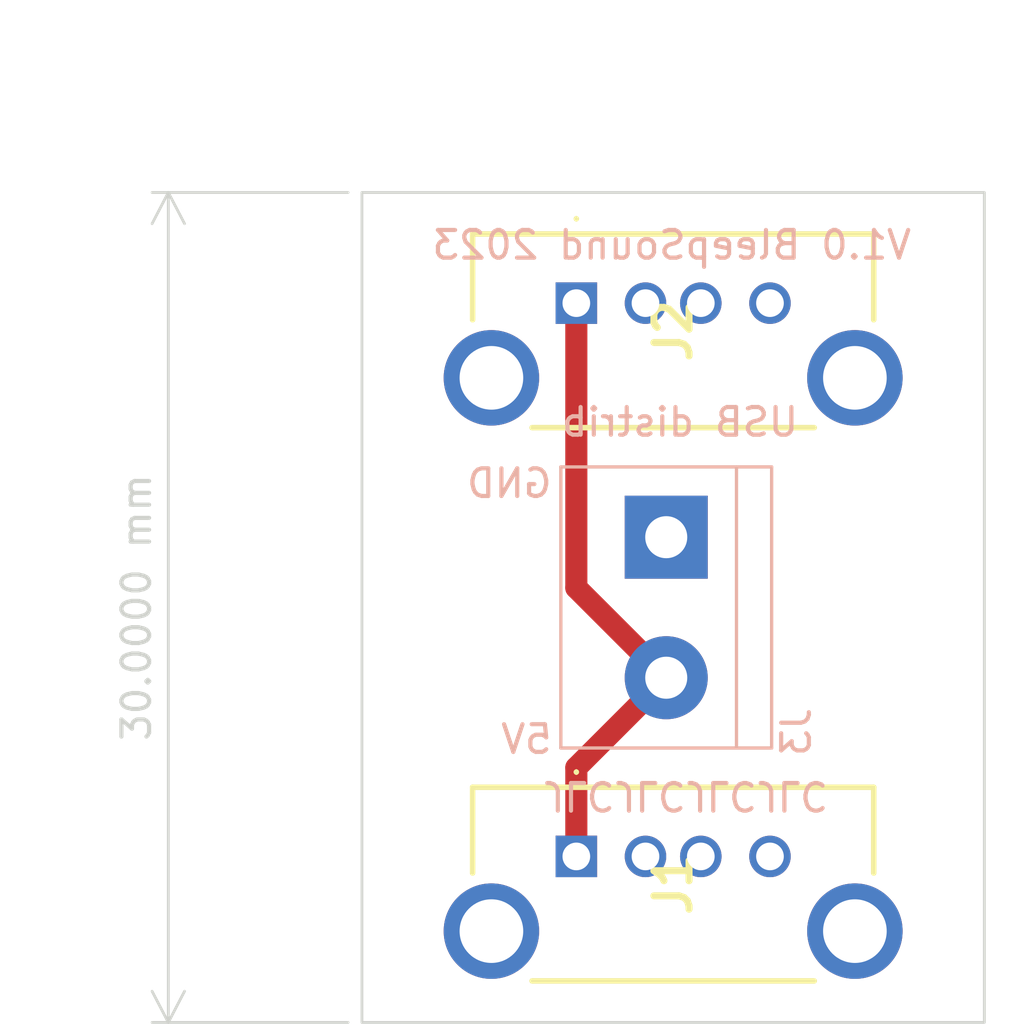
<source format=kicad_pcb>
(kicad_pcb (version 20221018) (generator pcbnew)
  (layers (0 "F.Cu" signal) (31 "B.Cu" signal) (34 "B.Paste" user) (35 "F.Paste" user) (36 "B.SilkS" user "B.Silkscreen") (37 "F.SilkS" user "F.Silkscreen") (38 "B.Mask" user) (39 "F.Mask" user) (44 "Edge.Cuts" user))
  (net 0 "")
  (net 1 "GND")
  (net 2 "+5V")
  (footprint "MountingHole:MountingHole_3.2mm_M3" (layer "F.Cu") (at 153.4 73.4 90)
    (fp_text reference "H7" hide)
    (fp_text value "SpacerHoles")
    (pad "" np_thru_hole circle locked (at 0 0 90) (size 3.2 3.2) (drill 3.2) (layers "*.Cu" "*.Mask"))
  )
  (footprint "MountingHole:MountingHole_3.2mm_M3" (layer "F.Cu") (at 138.55 73.4 90)
    (fp_text reference "H5" hide)
    (fp_text value "SpacerHoles")
    (pad "" np_thru_hole circle locked (at 0 0 90) (size 3.2 3.2) (drill 3.2) (layers "*.Cu" "*.Mask"))
  )
  (footprint "Kicad-perso:GSB11111ALF" (layer "F.Cu") (at 142.55 62.4 90)
    (fp_text reference "J2" (at -1 3.5 90) (layer "F.SilkS") (effects (font (size 1.27 1.27) (thickness 0.254))))
    (fp_text value "GSB11111ALF" hide)
    (fp_line (start -4.5 -1.6) (end -4.5 8.6) (stroke (width 0.2)) (layer "F.SilkS"))
    (fp_line (start -0.6 -3.75) (end 2.5 -3.75) (stroke (width 0.2)) (layer "F.SilkS"))
    (fp_line (start 2.5 -3.75) (end 2.5 10.75) (stroke (width 0.2)) (layer "F.SilkS"))
    (fp_line (start 2.5 10.75) (end -0.6 10.75) (stroke (width 0.2)) (layer "F.SilkS"))
    (fp_line (start 3 0) (end 3 0) (stroke (width 0.1)) (layer "F.SilkS"))
    (fp_line (start 3.1 0) (end 3.1 0) (stroke (width 0.1)) (layer "F.SilkS"))
    (fp_arc (start 3 0) (mid 3.05 -0.05) (end 3.1 0) (stroke (width 0.1)) (layer "F.SilkS"))
    (fp_arc (start 3.1 0) (mid 3.05 0.05) (end 3 0) (stroke (width 0.1)) (layer "F.SilkS"))
    (pad "1" thru_hole rect (at 0 0 90) (size 1.5 1.5) (drill 1) (layers "*.Cu" "*.Mask") (net 2 "+5V"))
    (pad "2" thru_hole circle (at 0 2.5 90) (size 1.5 1.5) (drill 1) (layers "*.Cu" "*.Mask") (net 1 "GND"))
    (pad "3" thru_hole circle (at 0 4.5 90) (size 1.5 1.5) (drill 1) (layers "*.Cu" "*.Mask") (net 1 "GND"))
    (pad "4" thru_hole circle (at 0 7 90) (size 1.5 1.5) (drill 1) (layers "*.Cu" "*.Mask") (net 1 "GND"))
    (pad "MH1" thru_hole circle (at -2.7 -3.07 90) (size 3.45 3.45) (drill 2.3) (layers "*.Cu" "*.Mask") (net 1 "GND"))
    (pad "MH2" thru_hole circle (at -2.7 10.07 90) (size 3.45 3.45) (drill 2.3) (layers "*.Cu" "*.Mask") (net 1 "GND"))
  )
  (footprint "Kicad-perso:GSB11111ALF" (layer "F.Cu") (at 142.55 82.4 90)
    (fp_text reference "J1" (at -1 3.5 90) (layer "F.SilkS") (effects (font (size 1.27 1.27) (thickness 0.254))))
    (fp_text value "GSB11111ALF" hide)
    (fp_line (start -4.5 -1.6) (end -4.5 8.6) (stroke (width 0.2)) (layer "F.SilkS"))
    (fp_line (start -0.6 -3.75) (end 2.5 -3.75) (stroke (width 0.2)) (layer "F.SilkS"))
    (fp_line (start 2.5 -3.75) (end 2.5 10.75) (stroke (width 0.2)) (layer "F.SilkS"))
    (fp_line (start 2.5 10.75) (end -0.6 10.75) (stroke (width 0.2)) (layer "F.SilkS"))
    (fp_line (start 3 0) (end 3 0) (stroke (width 0.1)) (layer "F.SilkS"))
    (fp_line (start 3.1 0) (end 3.1 0) (stroke (width 0.1)) (layer "F.SilkS"))
    (fp_arc (start 3 0) (mid 3.05 -0.05) (end 3.1 0) (stroke (width 0.1)) (layer "F.SilkS"))
    (fp_arc (start 3.1 0) (mid 3.05 0.05) (end 3 0) (stroke (width 0.1)) (layer "F.SilkS"))
    (pad "1" thru_hole rect (at 0 0 90) (size 1.5 1.5) (drill 1) (layers "*.Cu" "*.Mask") (net 2 "+5V"))
    (pad "2" thru_hole circle (at 0 2.5 90) (size 1.5 1.5) (drill 1) (layers "*.Cu" "*.Mask") (net 1 "GND"))
    (pad "3" thru_hole circle (at 0 4.5 90) (size 1.5 1.5) (drill 1) (layers "*.Cu" "*.Mask") (net 1 "GND"))
    (pad "4" thru_hole circle (at 0 7 90) (size 1.5 1.5) (drill 1) (layers "*.Cu" "*.Mask") (net 1 "GND"))
    (pad "MH1" thru_hole circle (at -2.7 -3.07 90) (size 3.45 3.45) (drill 2.3) (layers "*.Cu" "*.Mask") (net 1 "GND"))
    (pad "MH2" thru_hole circle (at -2.7 10.07 90) (size 3.45 3.45) (drill 2.3) (layers "*.Cu" "*.Mask") (net 1 "GND"))
  )
  (footprint "TerminalBlock:TerminalBlock_bornier-2_P5.08mm" (layer "B.Cu") (at 145.8 70.86 -90)
    (fp_text reference "J3" (at 7.04 -4.7 90) (layer "B.SilkS") (effects (justify mirror)))
    (fp_text value "Power_Input")
    (fp_line (start -2.54 -3.81) (end 7.62 -3.81) (stroke (width 0.12)) (layer "B.SilkS"))
    (fp_line (start -2.54 3.81) (end -2.54 -3.81) (stroke (width 0.12)) (layer "B.SilkS"))
    (fp_line (start 7.62 -3.81) (end 7.62 3.81) (stroke (width 0.12)) (layer "B.SilkS"))
    (fp_line (start 7.62 -2.54) (end -2.54 -2.54) (stroke (width 0.12)) (layer "B.SilkS"))
    (fp_line (start 7.62 3.81) (end -2.54 3.81) (stroke (width 0.12)) (layer "B.SilkS"))
    (pad "1" thru_hole rect (at 0 0 270) (size 3 3) (drill 1.52) (layers "*.Cu" "*.Mask") (net 1 "GND"))
    (pad "2" thru_hole circle (at 5.08 0 270) (size 3 3) (drill 1.52) (layers "*.Cu" "*.Mask") (net 2 "+5V"))
  )
  (gr_rect (start 134.8 58.4) (end 157.3 88.4) (stroke (width 0.1)) (fill none) (layer "Edge.Cuts"))
  (gr_text "USB distrib" (at 146.3 66.7) (layer "B.SilkS") (effects (font (size 1 1)) (justify mirror)))
  (gr_text "JLCJLCJLCJLC\n" (at 146.5 80.2 180) (layer "B.SilkS") (effects (font (size 1 1)) (justify mirror)))
  (gr_text "GND" (at 141.75 69.5) (layer "B.SilkS") (effects (font (size 1 1)) (justify left bottom mirror)))
  (gr_text "5V" (at 141.75 78.75) (layer "B.SilkS") (effects (font (size 1 1)) (justify left bottom mirror)))
  (gr_text "V1.0 BleepSound 2023\n" (at 146 60.3) (layer "B.SilkS") (effects (font (size 1 1)) (justify mirror)))
  (dimension (type aligned) (layer "Edge.Cuts") (pts (xy 134.8 88.4) (xy 134.8 58.4)) (height -7) (gr_text "30,0000 mm" (at 126.65 73.4 90) (layer "Edge.Cuts") (effects (font (size 1 1) (thickness 0.15)))) (format (prefix "") (suffix "") (units 3) (units_format 1) (precision 4)) (style (thickness 0.1) (arrow_length 1.27) (text_position_mode 0) (extension_height 0.58642) (extension_offset 0.5) keep_text_aligned))
  (segment (start 142.55 72.69) (end 145.8 75.94) (width 0.8) (layer "F.Cu") (net 2))
  (segment (start 142.55 79.19) (end 142.55 82.4) (width 0.8) (layer "F.Cu") (net 2))
  (segment (start 142.55 62.4) (end 142.55 72.69) (width 0.8) (layer "F.Cu") (net 2))
  (segment (start 145.8 75.94) (end 142.55 79.19) (width 0.8) (layer "F.Cu") (net 2))
)
</source>
